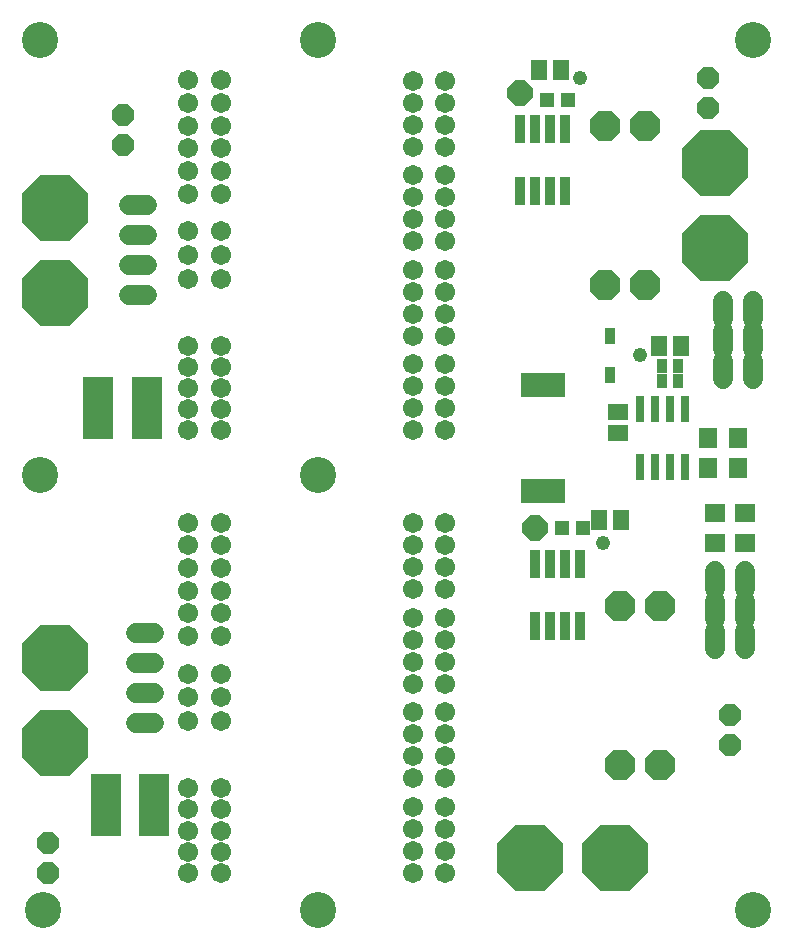
<source format=gts>
G75*
%MOIN*%
%OFA0B0*%
%FSLAX25Y25*%
%IPPOS*%
%LPD*%
%AMOC8*
5,1,8,0,0,1.08239X$1,22.5*
%
%ADD10C,0.12000*%
%ADD11C,0.06706*%
%ADD12C,0.06800*%
%ADD13R,0.03200X0.09500*%
%ADD14R,0.05131X0.04737*%
%ADD15OC8,0.07100*%
%ADD16R,0.10100X0.20900*%
%ADD17OC8,0.10250*%
%ADD18R,0.03800X0.05600*%
%ADD19R,0.03000X0.08600*%
%ADD20R,0.06500X0.05200*%
%ADD21R,0.07100X0.06300*%
%ADD22R,0.15000X0.07900*%
%ADD23R,0.03400X0.04600*%
%ADD24R,0.05200X0.06500*%
%ADD25R,0.06300X0.07100*%
%ADD26OC8,0.22300*%
%ADD27OC8,0.08400*%
%ADD28C,0.04900*%
D10*
X0018651Y0017667D03*
X0110167Y0017667D03*
X0110167Y0162667D03*
X0017667Y0162667D03*
X0017667Y0307667D03*
X0110167Y0307667D03*
X0255167Y0307667D03*
X0255167Y0017667D03*
D11*
X0152667Y0030167D03*
X0152667Y0037529D03*
X0152667Y0044891D03*
X0152667Y0052253D03*
X0152667Y0061663D03*
X0152667Y0069025D03*
X0152667Y0076387D03*
X0152667Y0083749D03*
X0152667Y0093159D03*
X0152667Y0100521D03*
X0152667Y0107883D03*
X0152667Y0115245D03*
X0152667Y0124655D03*
X0152667Y0132017D03*
X0152667Y0139379D03*
X0152667Y0146741D03*
X0141840Y0146741D03*
X0141840Y0139379D03*
X0141840Y0132017D03*
X0141840Y0124655D03*
X0141840Y0115245D03*
X0141840Y0107883D03*
X0141840Y0100521D03*
X0141840Y0093159D03*
X0141840Y0083749D03*
X0141840Y0076387D03*
X0141840Y0069025D03*
X0141840Y0061663D03*
X0141840Y0052253D03*
X0141840Y0044891D03*
X0141840Y0037529D03*
X0141840Y0030167D03*
X0077864Y0030167D03*
X0077864Y0037214D03*
X0077864Y0044261D03*
X0077864Y0051308D03*
X0077864Y0058356D03*
X0067037Y0058356D03*
X0067037Y0051308D03*
X0067037Y0044261D03*
X0067037Y0037214D03*
X0067037Y0030167D03*
X0067037Y0080757D03*
X0067037Y0088631D03*
X0067037Y0096505D03*
X0077864Y0096505D03*
X0077864Y0088631D03*
X0077864Y0080757D03*
X0077864Y0109064D03*
X0077864Y0116623D03*
X0077864Y0124182D03*
X0077864Y0131741D03*
X0077864Y0139301D03*
X0077864Y0146860D03*
X0067037Y0146860D03*
X0067037Y0139301D03*
X0067037Y0131741D03*
X0067037Y0124182D03*
X0067037Y0116623D03*
X0067037Y0109064D03*
X0067037Y0177667D03*
X0067037Y0184714D03*
X0067037Y0191761D03*
X0067037Y0198808D03*
X0067037Y0205856D03*
X0077864Y0205856D03*
X0077864Y0198808D03*
X0077864Y0191761D03*
X0077864Y0184714D03*
X0077864Y0177667D03*
X0077864Y0228257D03*
X0077864Y0236131D03*
X0077864Y0244005D03*
X0067037Y0244005D03*
X0067037Y0236131D03*
X0067037Y0228257D03*
X0067037Y0256564D03*
X0067037Y0264123D03*
X0067037Y0271682D03*
X0067037Y0279241D03*
X0067037Y0286801D03*
X0067037Y0294360D03*
X0077864Y0294360D03*
X0077864Y0286801D03*
X0077864Y0279241D03*
X0077864Y0271682D03*
X0077864Y0264123D03*
X0077864Y0256564D03*
X0141840Y0255383D03*
X0141840Y0262745D03*
X0141840Y0272155D03*
X0141840Y0279517D03*
X0141840Y0286879D03*
X0141840Y0294241D03*
X0152667Y0294241D03*
X0152667Y0286879D03*
X0152667Y0279517D03*
X0152667Y0272155D03*
X0152667Y0262745D03*
X0152667Y0255383D03*
X0152667Y0248021D03*
X0152667Y0240659D03*
X0152667Y0231249D03*
X0152667Y0223887D03*
X0152667Y0216525D03*
X0152667Y0209163D03*
X0152667Y0199753D03*
X0152667Y0192391D03*
X0152667Y0185029D03*
X0152667Y0177667D03*
X0141840Y0177667D03*
X0141840Y0185029D03*
X0141840Y0192391D03*
X0141840Y0199753D03*
X0141840Y0209163D03*
X0141840Y0216525D03*
X0141840Y0223887D03*
X0141840Y0231249D03*
X0141840Y0240659D03*
X0141840Y0248021D03*
D12*
X0053167Y0252667D02*
X0047167Y0252667D01*
X0047167Y0242667D02*
X0053167Y0242667D01*
X0053167Y0232667D02*
X0047167Y0232667D01*
X0047167Y0222667D02*
X0053167Y0222667D01*
X0055667Y0110167D02*
X0049667Y0110167D01*
X0049667Y0100167D02*
X0055667Y0100167D01*
X0055667Y0090167D02*
X0049667Y0090167D01*
X0049667Y0080167D02*
X0055667Y0080167D01*
X0242667Y0104667D02*
X0242667Y0110667D01*
X0242667Y0114667D02*
X0242667Y0120667D01*
X0242667Y0124667D02*
X0242667Y0130667D01*
X0252667Y0130667D02*
X0252667Y0124667D01*
X0252667Y0120667D02*
X0252667Y0114667D01*
X0252667Y0110667D02*
X0252667Y0104667D01*
X0255167Y0194667D02*
X0255167Y0200667D01*
X0255167Y0204667D02*
X0255167Y0210667D01*
X0255167Y0214667D02*
X0255167Y0220667D01*
X0245167Y0220667D02*
X0245167Y0214667D01*
X0245167Y0210667D02*
X0245167Y0204667D01*
X0245167Y0200667D02*
X0245167Y0194667D01*
D13*
X0192667Y0257367D03*
X0187667Y0257367D03*
X0182667Y0257367D03*
X0177667Y0257367D03*
X0177667Y0277967D03*
X0182667Y0277967D03*
X0187667Y0277967D03*
X0192667Y0277967D03*
X0192667Y0132967D03*
X0197667Y0132967D03*
X0187667Y0132967D03*
X0182667Y0132967D03*
X0182667Y0112367D03*
X0187667Y0112367D03*
X0192667Y0112367D03*
X0197667Y0112367D03*
D14*
X0198513Y0145167D03*
X0191820Y0145167D03*
X0193513Y0287667D03*
X0186820Y0287667D03*
D15*
X0240167Y0285167D03*
X0240167Y0295167D03*
X0247667Y0082667D03*
X0247667Y0072667D03*
X0045167Y0272667D03*
X0045167Y0282667D03*
X0020167Y0040167D03*
X0020167Y0030167D03*
D16*
X0039517Y0052667D03*
X0055817Y0052667D03*
X0053317Y0185167D03*
X0037017Y0185167D03*
D17*
X0205967Y0226167D03*
X0219367Y0226167D03*
X0219367Y0279167D03*
X0205967Y0279167D03*
X0210967Y0119167D03*
X0224367Y0119167D03*
X0224367Y0066167D03*
X0210967Y0066167D03*
D18*
X0207667Y0196067D03*
X0207667Y0209267D03*
D19*
X0217667Y0184867D03*
X0222667Y0184867D03*
X0227667Y0184867D03*
X0232667Y0184867D03*
X0232667Y0165467D03*
X0227667Y0165467D03*
X0222667Y0165467D03*
X0217667Y0165467D03*
D20*
X0210167Y0176617D03*
X0210167Y0183717D03*
D21*
X0242567Y0150167D03*
X0242567Y0140167D03*
X0252767Y0140167D03*
X0252767Y0150167D03*
D22*
X0185167Y0157467D03*
X0185167Y0192867D03*
D23*
X0224917Y0194167D03*
X0224917Y0199167D03*
X0230417Y0199167D03*
X0230417Y0194167D03*
D24*
X0231217Y0205667D03*
X0224117Y0205667D03*
X0211217Y0147667D03*
X0204117Y0147667D03*
X0191217Y0297667D03*
X0184117Y0297667D03*
D25*
X0240167Y0175267D03*
X0250167Y0175267D03*
X0250167Y0165067D03*
X0240167Y0165067D03*
D26*
X0242667Y0238417D03*
X0242667Y0266917D03*
X0209417Y0035167D03*
X0180917Y0035167D03*
X0022667Y0073417D03*
X0022667Y0101917D03*
X0022667Y0223417D03*
X0022667Y0251917D03*
D27*
X0177667Y0290167D03*
X0182667Y0145167D03*
D28*
X0205167Y0140167D03*
X0217667Y0202667D03*
X0197667Y0295167D03*
M02*

</source>
